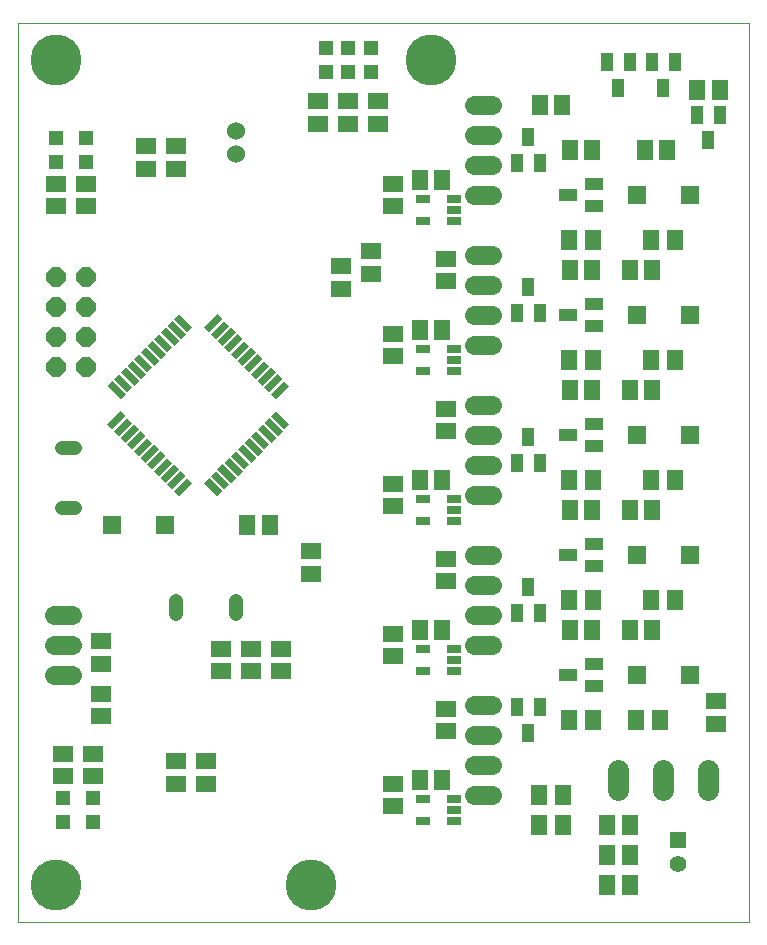
<source format=gts>
G75*
%MOIN*%
%OFA0B0*%
%FSLAX25Y25*%
%IPPOS*%
%LPD*%
%AMOC8*
5,1,8,0,0,1.08239X$1,22.5*
%
%ADD10C,0.00000*%
%ADD11R,0.05518X0.06699*%
%ADD12R,0.06306X0.06306*%
%ADD13R,0.05912X0.04337*%
%ADD14R,0.04337X0.05912*%
%ADD15R,0.06699X0.05518*%
%ADD16C,0.04800*%
%ADD17C,0.06400*%
%ADD18R,0.05124X0.05124*%
%ADD19R,0.05550X0.05550*%
%ADD20C,0.05550*%
%ADD21C,0.07000*%
%ADD22C,0.06000*%
%ADD23R,0.06306X0.02369*%
%ADD24R,0.02369X0.06306*%
%ADD25R,0.05124X0.02762*%
%ADD26OC8,0.06400*%
%ADD27C,0.16998*%
D10*
X0001800Y0001800D02*
X0001800Y0301761D01*
X0245501Y0301761D01*
X0245501Y0001800D01*
X0001800Y0001800D01*
D11*
X0078060Y0134300D03*
X0085540Y0134300D03*
X0135560Y0149300D03*
X0143040Y0149300D03*
X0143040Y0199300D03*
X0135560Y0199300D03*
X0135560Y0249300D03*
X0143040Y0249300D03*
X0175560Y0274300D03*
X0183040Y0274300D03*
X0185560Y0259300D03*
X0193040Y0259300D03*
X0210560Y0259300D03*
X0218040Y0259300D03*
X0228060Y0279300D03*
X0235540Y0279300D03*
X0220737Y0229300D03*
X0212863Y0229300D03*
X0213040Y0219300D03*
X0205560Y0219300D03*
X0193040Y0219300D03*
X0185560Y0219300D03*
X0185363Y0229300D03*
X0193237Y0229300D03*
X0193237Y0189300D03*
X0185363Y0189300D03*
X0185560Y0179300D03*
X0193040Y0179300D03*
X0205560Y0179300D03*
X0213040Y0179300D03*
X0212863Y0189300D03*
X0220737Y0189300D03*
X0220737Y0149300D03*
X0212863Y0149300D03*
X0213040Y0139300D03*
X0205560Y0139300D03*
X0193040Y0139300D03*
X0185560Y0139300D03*
X0185363Y0149300D03*
X0193237Y0149300D03*
X0193237Y0109300D03*
X0185363Y0109300D03*
X0185560Y0099300D03*
X0193040Y0099300D03*
X0205560Y0099300D03*
X0213040Y0099300D03*
X0212863Y0109300D03*
X0220737Y0109300D03*
X0215737Y0069300D03*
X0207863Y0069300D03*
X0193237Y0069300D03*
X0185363Y0069300D03*
X0183237Y0044300D03*
X0175363Y0044300D03*
X0175363Y0034300D03*
X0183237Y0034300D03*
X0198060Y0034300D03*
X0205540Y0034300D03*
X0205540Y0024300D03*
X0198060Y0024300D03*
X0198060Y0014300D03*
X0205540Y0014300D03*
X0143040Y0049300D03*
X0135560Y0049300D03*
X0135560Y0099300D03*
X0143040Y0099300D03*
D12*
X0207942Y0084300D03*
X0225658Y0084300D03*
X0225658Y0124300D03*
X0207942Y0124300D03*
X0207942Y0164300D03*
X0225658Y0164300D03*
X0225658Y0204300D03*
X0207942Y0204300D03*
X0207942Y0244300D03*
X0225658Y0244300D03*
X0050658Y0134300D03*
X0032942Y0134300D03*
D13*
X0184969Y0124300D03*
X0193631Y0120560D03*
X0193631Y0128040D03*
X0193631Y0160560D03*
X0193631Y0168040D03*
X0184969Y0164300D03*
X0193631Y0200560D03*
X0193631Y0208040D03*
X0184969Y0204300D03*
X0193631Y0240560D03*
X0193631Y0248040D03*
X0184969Y0244300D03*
X0193631Y0088040D03*
X0193631Y0080560D03*
X0184969Y0084300D03*
D14*
X0175540Y0073631D03*
X0168060Y0073631D03*
X0171800Y0064969D03*
X0168060Y0104969D03*
X0175540Y0104969D03*
X0171800Y0113631D03*
X0168060Y0154969D03*
X0171800Y0163631D03*
X0175540Y0154969D03*
X0175540Y0204969D03*
X0168060Y0204969D03*
X0171800Y0213631D03*
X0168060Y0254969D03*
X0175540Y0254969D03*
X0171800Y0263631D03*
X0198060Y0288631D03*
X0205540Y0288631D03*
X0213060Y0288631D03*
X0220540Y0288631D03*
X0216800Y0279969D03*
X0228060Y0271131D03*
X0235540Y0271131D03*
X0231800Y0262469D03*
X0201800Y0279969D03*
D15*
X0144300Y0223040D03*
X0144300Y0215560D03*
X0126800Y0198040D03*
X0126800Y0190560D03*
X0144300Y0173040D03*
X0144300Y0165560D03*
X0126800Y0148040D03*
X0126800Y0140560D03*
X0144300Y0123040D03*
X0144300Y0115560D03*
X0126800Y0098040D03*
X0126800Y0090560D03*
X0144300Y0073040D03*
X0144300Y0065560D03*
X0126800Y0048040D03*
X0126800Y0040560D03*
X0089300Y0085560D03*
X0089300Y0093040D03*
X0079300Y0093040D03*
X0079300Y0085560D03*
X0069300Y0085560D03*
X0069300Y0093040D03*
X0064300Y0055540D03*
X0064300Y0048060D03*
X0054300Y0048060D03*
X0054300Y0055540D03*
X0029300Y0070560D03*
X0029300Y0078040D03*
X0029300Y0088060D03*
X0029300Y0095540D03*
X0026800Y0058040D03*
X0026800Y0050560D03*
X0016800Y0050560D03*
X0016800Y0058040D03*
X0099300Y0118060D03*
X0099300Y0125540D03*
X0109300Y0213060D03*
X0109300Y0220540D03*
X0119300Y0218060D03*
X0119300Y0225540D03*
X0126800Y0240560D03*
X0126800Y0248040D03*
X0121800Y0268060D03*
X0121800Y0275540D03*
X0111800Y0275540D03*
X0111800Y0268060D03*
X0101800Y0268060D03*
X0101800Y0275540D03*
X0054300Y0260540D03*
X0054300Y0253060D03*
X0044300Y0253060D03*
X0044300Y0260540D03*
X0024300Y0248040D03*
X0024300Y0240560D03*
X0014300Y0240560D03*
X0014300Y0248040D03*
X0234300Y0075540D03*
X0234300Y0068060D03*
D16*
X0074300Y0104600D02*
X0074300Y0109000D01*
X0054300Y0109000D02*
X0054300Y0104600D01*
X0020768Y0140032D02*
X0016368Y0140032D01*
X0016368Y0160032D02*
X0020768Y0160032D01*
D17*
X0019800Y0104300D02*
X0013800Y0104300D01*
X0013800Y0094300D02*
X0019800Y0094300D01*
X0019800Y0084300D02*
X0013800Y0084300D01*
X0153800Y0074300D02*
X0159800Y0074300D01*
X0159800Y0064300D02*
X0153800Y0064300D01*
X0153800Y0054300D02*
X0159800Y0054300D01*
X0159800Y0044300D02*
X0153800Y0044300D01*
X0153800Y0094300D02*
X0159800Y0094300D01*
X0159800Y0104300D02*
X0153800Y0104300D01*
X0153800Y0114300D02*
X0159800Y0114300D01*
X0159800Y0124300D02*
X0153800Y0124300D01*
X0153800Y0144300D02*
X0159800Y0144300D01*
X0159800Y0154300D02*
X0153800Y0154300D01*
X0153800Y0164300D02*
X0159800Y0164300D01*
X0159800Y0174300D02*
X0153800Y0174300D01*
X0153800Y0194300D02*
X0159800Y0194300D01*
X0159800Y0204300D02*
X0153800Y0204300D01*
X0153800Y0214300D02*
X0159800Y0214300D01*
X0159800Y0224300D02*
X0153800Y0224300D01*
X0153800Y0244300D02*
X0159800Y0244300D01*
X0159800Y0254300D02*
X0153800Y0254300D01*
X0153800Y0264300D02*
X0159800Y0264300D01*
X0159800Y0274300D02*
X0153800Y0274300D01*
D18*
X0119300Y0285166D03*
X0111800Y0285166D03*
X0104300Y0285166D03*
X0104300Y0293434D03*
X0111800Y0293434D03*
X0119300Y0293434D03*
X0024300Y0263434D03*
X0024300Y0255166D03*
X0014300Y0255166D03*
X0014300Y0263434D03*
X0016800Y0043434D03*
X0016800Y0035166D03*
X0026800Y0035166D03*
X0026800Y0043434D03*
D19*
X0221800Y0029300D03*
D20*
X0221800Y0021426D03*
D21*
X0216800Y0046000D02*
X0216800Y0052600D01*
X0201800Y0052600D02*
X0201800Y0046000D01*
X0231800Y0046000D02*
X0231800Y0052600D01*
D22*
X0074300Y0257863D03*
X0074300Y0265737D03*
D23*
G36*
X0055397Y0204648D02*
X0059855Y0200190D01*
X0058181Y0198516D01*
X0053723Y0202974D01*
X0055397Y0204648D01*
G37*
G36*
X0053170Y0202421D02*
X0057628Y0197963D01*
X0055954Y0196289D01*
X0051496Y0200747D01*
X0053170Y0202421D01*
G37*
G36*
X0050943Y0200194D02*
X0055401Y0195736D01*
X0053727Y0194062D01*
X0049269Y0198520D01*
X0050943Y0200194D01*
G37*
G36*
X0048716Y0197967D02*
X0053174Y0193509D01*
X0051500Y0191835D01*
X0047042Y0196293D01*
X0048716Y0197967D01*
G37*
G36*
X0046489Y0195740D02*
X0050947Y0191282D01*
X0049273Y0189608D01*
X0044815Y0194066D01*
X0046489Y0195740D01*
G37*
G36*
X0044261Y0193513D02*
X0048719Y0189055D01*
X0047045Y0187381D01*
X0042587Y0191839D01*
X0044261Y0193513D01*
G37*
G36*
X0042034Y0191285D02*
X0046492Y0186827D01*
X0044818Y0185153D01*
X0040360Y0189611D01*
X0042034Y0191285D01*
G37*
G36*
X0039807Y0189058D02*
X0044265Y0184600D01*
X0042591Y0182926D01*
X0038133Y0187384D01*
X0039807Y0189058D01*
G37*
G36*
X0037580Y0186831D02*
X0042038Y0182373D01*
X0040364Y0180699D01*
X0035906Y0185157D01*
X0037580Y0186831D01*
G37*
G36*
X0035353Y0184604D02*
X0039811Y0180146D01*
X0038137Y0178472D01*
X0033679Y0182930D01*
X0035353Y0184604D01*
G37*
G36*
X0033126Y0182377D02*
X0037584Y0177919D01*
X0035910Y0176245D01*
X0031452Y0180703D01*
X0033126Y0182377D01*
G37*
G36*
X0065419Y0150084D02*
X0069877Y0145626D01*
X0068203Y0143952D01*
X0063745Y0148410D01*
X0065419Y0150084D01*
G37*
G36*
X0067646Y0152311D02*
X0072104Y0147853D01*
X0070430Y0146179D01*
X0065972Y0150637D01*
X0067646Y0152311D01*
G37*
G36*
X0069873Y0154538D02*
X0074331Y0150080D01*
X0072657Y0148406D01*
X0068199Y0152864D01*
X0069873Y0154538D01*
G37*
G36*
X0072100Y0156765D02*
X0076558Y0152307D01*
X0074884Y0150633D01*
X0070426Y0155091D01*
X0072100Y0156765D01*
G37*
G36*
X0074327Y0158992D02*
X0078785Y0154534D01*
X0077111Y0152860D01*
X0072653Y0157318D01*
X0074327Y0158992D01*
G37*
G36*
X0076555Y0161219D02*
X0081013Y0156761D01*
X0079339Y0155087D01*
X0074881Y0159545D01*
X0076555Y0161219D01*
G37*
G36*
X0078782Y0163447D02*
X0083240Y0158989D01*
X0081566Y0157315D01*
X0077108Y0161773D01*
X0078782Y0163447D01*
G37*
G36*
X0081009Y0165674D02*
X0085467Y0161216D01*
X0083793Y0159542D01*
X0079335Y0164000D01*
X0081009Y0165674D01*
G37*
G36*
X0083236Y0167901D02*
X0087694Y0163443D01*
X0086020Y0161769D01*
X0081562Y0166227D01*
X0083236Y0167901D01*
G37*
G36*
X0085463Y0170128D02*
X0089921Y0165670D01*
X0088247Y0163996D01*
X0083789Y0168454D01*
X0085463Y0170128D01*
G37*
G36*
X0087690Y0172355D02*
X0092148Y0167897D01*
X0090474Y0166223D01*
X0086016Y0170681D01*
X0087690Y0172355D01*
G37*
D24*
G36*
X0090474Y0182377D02*
X0092148Y0180703D01*
X0087690Y0176245D01*
X0086016Y0177919D01*
X0090474Y0182377D01*
G37*
G36*
X0088247Y0184604D02*
X0089921Y0182930D01*
X0085463Y0178472D01*
X0083789Y0180146D01*
X0088247Y0184604D01*
G37*
G36*
X0086020Y0186831D02*
X0087694Y0185157D01*
X0083236Y0180699D01*
X0081562Y0182373D01*
X0086020Y0186831D01*
G37*
G36*
X0083793Y0189058D02*
X0085467Y0187384D01*
X0081009Y0182926D01*
X0079335Y0184600D01*
X0083793Y0189058D01*
G37*
G36*
X0081566Y0191285D02*
X0083240Y0189611D01*
X0078782Y0185153D01*
X0077108Y0186827D01*
X0081566Y0191285D01*
G37*
G36*
X0079339Y0193513D02*
X0081013Y0191839D01*
X0076555Y0187381D01*
X0074881Y0189055D01*
X0079339Y0193513D01*
G37*
G36*
X0077111Y0195740D02*
X0078785Y0194066D01*
X0074327Y0189608D01*
X0072653Y0191282D01*
X0077111Y0195740D01*
G37*
G36*
X0074884Y0197967D02*
X0076558Y0196293D01*
X0072100Y0191835D01*
X0070426Y0193509D01*
X0074884Y0197967D01*
G37*
G36*
X0072657Y0200194D02*
X0074331Y0198520D01*
X0069873Y0194062D01*
X0068199Y0195736D01*
X0072657Y0200194D01*
G37*
G36*
X0070430Y0202421D02*
X0072104Y0200747D01*
X0067646Y0196289D01*
X0065972Y0197963D01*
X0070430Y0202421D01*
G37*
G36*
X0068203Y0204648D02*
X0069877Y0202974D01*
X0065419Y0198516D01*
X0063745Y0200190D01*
X0068203Y0204648D01*
G37*
G36*
X0038137Y0170128D02*
X0039811Y0168454D01*
X0035353Y0163996D01*
X0033679Y0165670D01*
X0038137Y0170128D01*
G37*
G36*
X0035910Y0172355D02*
X0037584Y0170681D01*
X0033126Y0166223D01*
X0031452Y0167897D01*
X0035910Y0172355D01*
G37*
G36*
X0040364Y0167901D02*
X0042038Y0166227D01*
X0037580Y0161769D01*
X0035906Y0163443D01*
X0040364Y0167901D01*
G37*
G36*
X0042591Y0165674D02*
X0044265Y0164000D01*
X0039807Y0159542D01*
X0038133Y0161216D01*
X0042591Y0165674D01*
G37*
G36*
X0044818Y0163447D02*
X0046492Y0161773D01*
X0042034Y0157315D01*
X0040360Y0158989D01*
X0044818Y0163447D01*
G37*
G36*
X0047045Y0161219D02*
X0048719Y0159545D01*
X0044261Y0155087D01*
X0042587Y0156761D01*
X0047045Y0161219D01*
G37*
G36*
X0049273Y0158992D02*
X0050947Y0157318D01*
X0046489Y0152860D01*
X0044815Y0154534D01*
X0049273Y0158992D01*
G37*
G36*
X0051500Y0156765D02*
X0053174Y0155091D01*
X0048716Y0150633D01*
X0047042Y0152307D01*
X0051500Y0156765D01*
G37*
G36*
X0053727Y0154538D02*
X0055401Y0152864D01*
X0050943Y0148406D01*
X0049269Y0150080D01*
X0053727Y0154538D01*
G37*
G36*
X0055954Y0152311D02*
X0057628Y0150637D01*
X0053170Y0146179D01*
X0051496Y0147853D01*
X0055954Y0152311D01*
G37*
G36*
X0058181Y0150084D02*
X0059855Y0148410D01*
X0055397Y0143952D01*
X0053723Y0145626D01*
X0058181Y0150084D01*
G37*
D25*
X0136658Y0143040D03*
X0136658Y0135560D03*
X0146942Y0135560D03*
X0146942Y0139300D03*
X0146942Y0143040D03*
X0146942Y0185560D03*
X0146942Y0189300D03*
X0146942Y0193040D03*
X0136658Y0193040D03*
X0136658Y0185560D03*
X0136658Y0235560D03*
X0136658Y0243040D03*
X0146942Y0243040D03*
X0146942Y0239300D03*
X0146942Y0235560D03*
X0146942Y0093040D03*
X0146942Y0089300D03*
X0146942Y0085560D03*
X0136658Y0085560D03*
X0136658Y0093040D03*
X0136658Y0043040D03*
X0136658Y0035560D03*
X0146942Y0035560D03*
X0146942Y0039300D03*
X0146942Y0043040D03*
D26*
X0024300Y0186800D03*
X0024300Y0196800D03*
X0024300Y0206800D03*
X0024300Y0216800D03*
X0014300Y0216800D03*
X0014300Y0206800D03*
X0014300Y0196800D03*
X0014300Y0186800D03*
D27*
X0014300Y0289300D03*
X0139300Y0289300D03*
X0099300Y0014300D03*
X0014300Y0014300D03*
M02*

</source>
